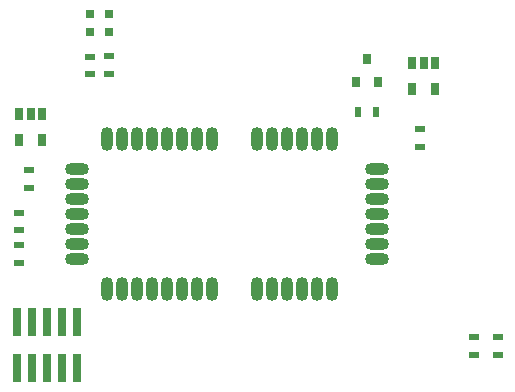
<source format=gtp>
G04 #@! TF.FileFunction,Paste,Top*
%FSLAX46Y46*%
G04 Gerber Fmt 4.6, Leading zero omitted, Abs format (unit mm)*
G04 Created by KiCad (PCBNEW 4.0.7-e2-6376~58~ubuntu16.04.1) date Fri Apr 13 07:59:41 2018*
%MOMM*%
%LPD*%
G01*
G04 APERTURE LIST*
%ADD10C,0.150000*%
%ADD11R,0.900000X0.500000*%
%ADD12R,0.797560X0.797560*%
%ADD13R,0.740000X2.400000*%
%ADD14R,0.500000X0.900000*%
%ADD15R,0.650000X1.060000*%
%ADD16R,0.800000X0.900000*%
%ADD17O,1.016000X2.032000*%
%ADD18O,2.032000X1.016000*%
G04 APERTURE END LIST*
D10*
D11*
X118910000Y-98180000D03*
X118910000Y-99680000D03*
D12*
X124860000Y-81350700D03*
X124860000Y-82849300D03*
X126520000Y-81350700D03*
X126520000Y-82849300D03*
D13*
X123770000Y-107470000D03*
X123770000Y-111370000D03*
X122500000Y-107470000D03*
X122500000Y-111370000D03*
X121230000Y-107470000D03*
X121230000Y-111370000D03*
X119960000Y-107470000D03*
X119960000Y-111370000D03*
X118690000Y-107470000D03*
X118690000Y-111370000D03*
D14*
X149090000Y-89670000D03*
X147590000Y-89670000D03*
D11*
X119730000Y-96070000D03*
X119730000Y-94570000D03*
X124860000Y-84960000D03*
X124860000Y-86460000D03*
X126530000Y-84950000D03*
X126530000Y-86450000D03*
X152810000Y-92580000D03*
X152810000Y-91080000D03*
D15*
X120820000Y-89790000D03*
X119870000Y-89790000D03*
X118920000Y-89790000D03*
X118920000Y-91990000D03*
X120820000Y-91990000D03*
D16*
X148340000Y-85140000D03*
X147390000Y-87140000D03*
X149290000Y-87140000D03*
D15*
X154100000Y-85500000D03*
X153150000Y-85500000D03*
X152200000Y-85500000D03*
X152200000Y-87700000D03*
X154100000Y-87700000D03*
D17*
X126310000Y-104650000D03*
X127580000Y-104650000D03*
X130120000Y-104650000D03*
X128850000Y-104650000D03*
X133930000Y-104650000D03*
X135200000Y-104650000D03*
X132660000Y-104650000D03*
X131390000Y-104650000D03*
X141550000Y-104650000D03*
X142820000Y-104650000D03*
X145360000Y-104650000D03*
X144090000Y-104650000D03*
X139010000Y-104650000D03*
X140280000Y-104650000D03*
X140280000Y-91950000D03*
X139010000Y-91950000D03*
X144090000Y-91950000D03*
X145360000Y-91950000D03*
X142820000Y-91950000D03*
X141550000Y-91950000D03*
X131390000Y-91950000D03*
X132660000Y-91950000D03*
X135200000Y-91950000D03*
X133930000Y-91950000D03*
X128850000Y-91950000D03*
X130120000Y-91950000D03*
X127580000Y-91950000D03*
X126310000Y-91950000D03*
D18*
X149170000Y-98300000D03*
X149170000Y-97030000D03*
X149170000Y-95760000D03*
X149170000Y-94490000D03*
X149170000Y-99570000D03*
X149170000Y-100840000D03*
X149170000Y-102110000D03*
X123770000Y-102110000D03*
X123770000Y-100840000D03*
X123770000Y-99570000D03*
X123770000Y-94490000D03*
X123770000Y-95760000D03*
X123770000Y-97030000D03*
X123770000Y-98300000D03*
D11*
X118910000Y-102410000D03*
X118910000Y-100910000D03*
X157440000Y-108690000D03*
X157440000Y-110190000D03*
X159440000Y-108690000D03*
X159440000Y-110190000D03*
M02*

</source>
